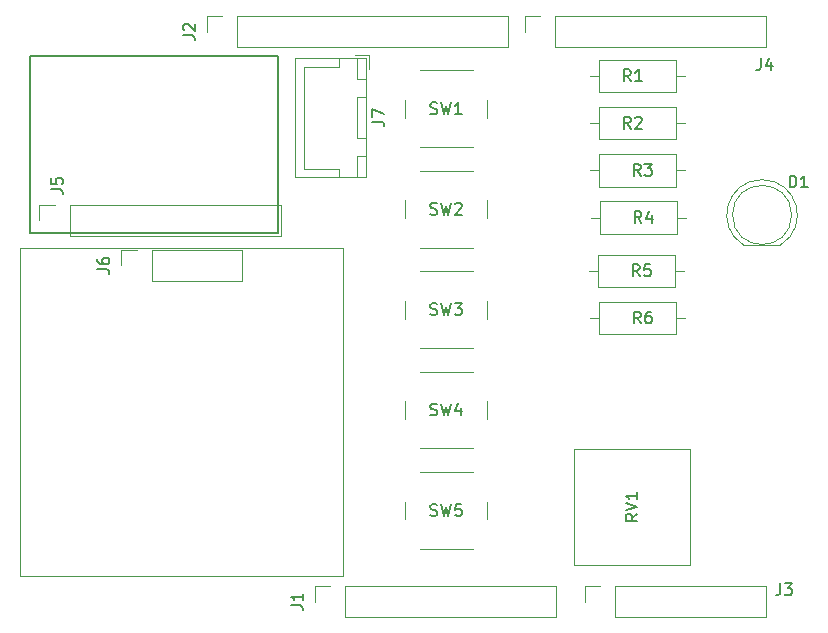
<source format=gbr>
%TF.GenerationSoftware,KiCad,Pcbnew,8.0.8*%
%TF.CreationDate,2025-01-31T10:38:08-07:00*%
%TF.ProjectId,Uno_Shield_ThermoPro,556e6f5f-5368-4696-956c-645f54686572,rev?*%
%TF.SameCoordinates,Original*%
%TF.FileFunction,Legend,Top*%
%TF.FilePolarity,Positive*%
%FSLAX46Y46*%
G04 Gerber Fmt 4.6, Leading zero omitted, Abs format (unit mm)*
G04 Created by KiCad (PCBNEW 8.0.8) date 2025-01-31 10:38:08*
%MOMM*%
%LPD*%
G01*
G04 APERTURE LIST*
%ADD10C,0.150000*%
%ADD11C,0.100000*%
%ADD12C,0.120000*%
G04 APERTURE END LIST*
D10*
X123500000Y-51300000D02*
X102500000Y-51300000D01*
X102500000Y-66300000D01*
X123500000Y-66300000D01*
X123500000Y-51300000D01*
D11*
X101700000Y-95300000D02*
X129000000Y-95300000D01*
X129000000Y-67500000D01*
X101700000Y-67500000D01*
X101700000Y-95300000D01*
D10*
X154213333Y-73914819D02*
X153880000Y-73438628D01*
X153641905Y-73914819D02*
X153641905Y-72914819D01*
X153641905Y-72914819D02*
X154022857Y-72914819D01*
X154022857Y-72914819D02*
X154118095Y-72962438D01*
X154118095Y-72962438D02*
X154165714Y-73010057D01*
X154165714Y-73010057D02*
X154213333Y-73105295D01*
X154213333Y-73105295D02*
X154213333Y-73248152D01*
X154213333Y-73248152D02*
X154165714Y-73343390D01*
X154165714Y-73343390D02*
X154118095Y-73391009D01*
X154118095Y-73391009D02*
X154022857Y-73438628D01*
X154022857Y-73438628D02*
X153641905Y-73438628D01*
X155070476Y-72914819D02*
X154880000Y-72914819D01*
X154880000Y-72914819D02*
X154784762Y-72962438D01*
X154784762Y-72962438D02*
X154737143Y-73010057D01*
X154737143Y-73010057D02*
X154641905Y-73152914D01*
X154641905Y-73152914D02*
X154594286Y-73343390D01*
X154594286Y-73343390D02*
X154594286Y-73724342D01*
X154594286Y-73724342D02*
X154641905Y-73819580D01*
X154641905Y-73819580D02*
X154689524Y-73867200D01*
X154689524Y-73867200D02*
X154784762Y-73914819D01*
X154784762Y-73914819D02*
X154975238Y-73914819D01*
X154975238Y-73914819D02*
X155070476Y-73867200D01*
X155070476Y-73867200D02*
X155118095Y-73819580D01*
X155118095Y-73819580D02*
X155165714Y-73724342D01*
X155165714Y-73724342D02*
X155165714Y-73486247D01*
X155165714Y-73486247D02*
X155118095Y-73391009D01*
X155118095Y-73391009D02*
X155070476Y-73343390D01*
X155070476Y-73343390D02*
X154975238Y-73295771D01*
X154975238Y-73295771D02*
X154784762Y-73295771D01*
X154784762Y-73295771D02*
X154689524Y-73343390D01*
X154689524Y-73343390D02*
X154641905Y-73391009D01*
X154641905Y-73391009D02*
X154594286Y-73486247D01*
X154133333Y-69914819D02*
X153800000Y-69438628D01*
X153561905Y-69914819D02*
X153561905Y-68914819D01*
X153561905Y-68914819D02*
X153942857Y-68914819D01*
X153942857Y-68914819D02*
X154038095Y-68962438D01*
X154038095Y-68962438D02*
X154085714Y-69010057D01*
X154085714Y-69010057D02*
X154133333Y-69105295D01*
X154133333Y-69105295D02*
X154133333Y-69248152D01*
X154133333Y-69248152D02*
X154085714Y-69343390D01*
X154085714Y-69343390D02*
X154038095Y-69391009D01*
X154038095Y-69391009D02*
X153942857Y-69438628D01*
X153942857Y-69438628D02*
X153561905Y-69438628D01*
X155038095Y-68914819D02*
X154561905Y-68914819D01*
X154561905Y-68914819D02*
X154514286Y-69391009D01*
X154514286Y-69391009D02*
X154561905Y-69343390D01*
X154561905Y-69343390D02*
X154657143Y-69295771D01*
X154657143Y-69295771D02*
X154895238Y-69295771D01*
X154895238Y-69295771D02*
X154990476Y-69343390D01*
X154990476Y-69343390D02*
X155038095Y-69391009D01*
X155038095Y-69391009D02*
X155085714Y-69486247D01*
X155085714Y-69486247D02*
X155085714Y-69724342D01*
X155085714Y-69724342D02*
X155038095Y-69819580D01*
X155038095Y-69819580D02*
X154990476Y-69867200D01*
X154990476Y-69867200D02*
X154895238Y-69914819D01*
X154895238Y-69914819D02*
X154657143Y-69914819D01*
X154657143Y-69914819D02*
X154561905Y-69867200D01*
X154561905Y-69867200D02*
X154514286Y-69819580D01*
X154293333Y-65414819D02*
X153960000Y-64938628D01*
X153721905Y-65414819D02*
X153721905Y-64414819D01*
X153721905Y-64414819D02*
X154102857Y-64414819D01*
X154102857Y-64414819D02*
X154198095Y-64462438D01*
X154198095Y-64462438D02*
X154245714Y-64510057D01*
X154245714Y-64510057D02*
X154293333Y-64605295D01*
X154293333Y-64605295D02*
X154293333Y-64748152D01*
X154293333Y-64748152D02*
X154245714Y-64843390D01*
X154245714Y-64843390D02*
X154198095Y-64891009D01*
X154198095Y-64891009D02*
X154102857Y-64938628D01*
X154102857Y-64938628D02*
X153721905Y-64938628D01*
X155150476Y-64748152D02*
X155150476Y-65414819D01*
X154912381Y-64367200D02*
X154674286Y-65081485D01*
X154674286Y-65081485D02*
X155293333Y-65081485D01*
X154213333Y-61414819D02*
X153880000Y-60938628D01*
X153641905Y-61414819D02*
X153641905Y-60414819D01*
X153641905Y-60414819D02*
X154022857Y-60414819D01*
X154022857Y-60414819D02*
X154118095Y-60462438D01*
X154118095Y-60462438D02*
X154165714Y-60510057D01*
X154165714Y-60510057D02*
X154213333Y-60605295D01*
X154213333Y-60605295D02*
X154213333Y-60748152D01*
X154213333Y-60748152D02*
X154165714Y-60843390D01*
X154165714Y-60843390D02*
X154118095Y-60891009D01*
X154118095Y-60891009D02*
X154022857Y-60938628D01*
X154022857Y-60938628D02*
X153641905Y-60938628D01*
X154546667Y-60414819D02*
X155165714Y-60414819D01*
X155165714Y-60414819D02*
X154832381Y-60795771D01*
X154832381Y-60795771D02*
X154975238Y-60795771D01*
X154975238Y-60795771D02*
X155070476Y-60843390D01*
X155070476Y-60843390D02*
X155118095Y-60891009D01*
X155118095Y-60891009D02*
X155165714Y-60986247D01*
X155165714Y-60986247D02*
X155165714Y-61224342D01*
X155165714Y-61224342D02*
X155118095Y-61319580D01*
X155118095Y-61319580D02*
X155070476Y-61367200D01*
X155070476Y-61367200D02*
X154975238Y-61414819D01*
X154975238Y-61414819D02*
X154689524Y-61414819D01*
X154689524Y-61414819D02*
X154594286Y-61367200D01*
X154594286Y-61367200D02*
X154546667Y-61319580D01*
X153373333Y-57414819D02*
X153040000Y-56938628D01*
X152801905Y-57414819D02*
X152801905Y-56414819D01*
X152801905Y-56414819D02*
X153182857Y-56414819D01*
X153182857Y-56414819D02*
X153278095Y-56462438D01*
X153278095Y-56462438D02*
X153325714Y-56510057D01*
X153325714Y-56510057D02*
X153373333Y-56605295D01*
X153373333Y-56605295D02*
X153373333Y-56748152D01*
X153373333Y-56748152D02*
X153325714Y-56843390D01*
X153325714Y-56843390D02*
X153278095Y-56891009D01*
X153278095Y-56891009D02*
X153182857Y-56938628D01*
X153182857Y-56938628D02*
X152801905Y-56938628D01*
X153754286Y-56510057D02*
X153801905Y-56462438D01*
X153801905Y-56462438D02*
X153897143Y-56414819D01*
X153897143Y-56414819D02*
X154135238Y-56414819D01*
X154135238Y-56414819D02*
X154230476Y-56462438D01*
X154230476Y-56462438D02*
X154278095Y-56510057D01*
X154278095Y-56510057D02*
X154325714Y-56605295D01*
X154325714Y-56605295D02*
X154325714Y-56700533D01*
X154325714Y-56700533D02*
X154278095Y-56843390D01*
X154278095Y-56843390D02*
X153706667Y-57414819D01*
X153706667Y-57414819D02*
X154325714Y-57414819D01*
X153373333Y-53414819D02*
X153040000Y-52938628D01*
X152801905Y-53414819D02*
X152801905Y-52414819D01*
X152801905Y-52414819D02*
X153182857Y-52414819D01*
X153182857Y-52414819D02*
X153278095Y-52462438D01*
X153278095Y-52462438D02*
X153325714Y-52510057D01*
X153325714Y-52510057D02*
X153373333Y-52605295D01*
X153373333Y-52605295D02*
X153373333Y-52748152D01*
X153373333Y-52748152D02*
X153325714Y-52843390D01*
X153325714Y-52843390D02*
X153278095Y-52891009D01*
X153278095Y-52891009D02*
X153182857Y-52938628D01*
X153182857Y-52938628D02*
X152801905Y-52938628D01*
X154325714Y-53414819D02*
X153754286Y-53414819D01*
X154040000Y-53414819D02*
X154040000Y-52414819D01*
X154040000Y-52414819D02*
X153944762Y-52557676D01*
X153944762Y-52557676D02*
X153849524Y-52652914D01*
X153849524Y-52652914D02*
X153754286Y-52700533D01*
X131504819Y-56833333D02*
X132219104Y-56833333D01*
X132219104Y-56833333D02*
X132361961Y-56880952D01*
X132361961Y-56880952D02*
X132457200Y-56976190D01*
X132457200Y-56976190D02*
X132504819Y-57119047D01*
X132504819Y-57119047D02*
X132504819Y-57214285D01*
X131504819Y-56452380D02*
X131504819Y-55785714D01*
X131504819Y-55785714D02*
X132504819Y-56214285D01*
X124624819Y-97793333D02*
X125339104Y-97793333D01*
X125339104Y-97793333D02*
X125481961Y-97840952D01*
X125481961Y-97840952D02*
X125577200Y-97936190D01*
X125577200Y-97936190D02*
X125624819Y-98079047D01*
X125624819Y-98079047D02*
X125624819Y-98174285D01*
X125624819Y-96793333D02*
X125624819Y-97364761D01*
X125624819Y-97079047D02*
X124624819Y-97079047D01*
X124624819Y-97079047D02*
X124767676Y-97174285D01*
X124767676Y-97174285D02*
X124862914Y-97269523D01*
X124862914Y-97269523D02*
X124910533Y-97364761D01*
X166026666Y-95934819D02*
X166026666Y-96649104D01*
X166026666Y-96649104D02*
X165979047Y-96791961D01*
X165979047Y-96791961D02*
X165883809Y-96887200D01*
X165883809Y-96887200D02*
X165740952Y-96934819D01*
X165740952Y-96934819D02*
X165645714Y-96934819D01*
X166407619Y-95934819D02*
X167026666Y-95934819D01*
X167026666Y-95934819D02*
X166693333Y-96315771D01*
X166693333Y-96315771D02*
X166836190Y-96315771D01*
X166836190Y-96315771D02*
X166931428Y-96363390D01*
X166931428Y-96363390D02*
X166979047Y-96411009D01*
X166979047Y-96411009D02*
X167026666Y-96506247D01*
X167026666Y-96506247D02*
X167026666Y-96744342D01*
X167026666Y-96744342D02*
X166979047Y-96839580D01*
X166979047Y-96839580D02*
X166931428Y-96887200D01*
X166931428Y-96887200D02*
X166836190Y-96934819D01*
X166836190Y-96934819D02*
X166550476Y-96934819D01*
X166550476Y-96934819D02*
X166455238Y-96887200D01*
X166455238Y-96887200D02*
X166407619Y-96839580D01*
X115480819Y-49533333D02*
X116195104Y-49533333D01*
X116195104Y-49533333D02*
X116337961Y-49580952D01*
X116337961Y-49580952D02*
X116433200Y-49676190D01*
X116433200Y-49676190D02*
X116480819Y-49819047D01*
X116480819Y-49819047D02*
X116480819Y-49914285D01*
X115576057Y-49104761D02*
X115528438Y-49057142D01*
X115528438Y-49057142D02*
X115480819Y-48961904D01*
X115480819Y-48961904D02*
X115480819Y-48723809D01*
X115480819Y-48723809D02*
X115528438Y-48628571D01*
X115528438Y-48628571D02*
X115576057Y-48580952D01*
X115576057Y-48580952D02*
X115671295Y-48533333D01*
X115671295Y-48533333D02*
X115766533Y-48533333D01*
X115766533Y-48533333D02*
X115909390Y-48580952D01*
X115909390Y-48580952D02*
X116480819Y-49152380D01*
X116480819Y-49152380D02*
X116480819Y-48533333D01*
X164386666Y-51484819D02*
X164386666Y-52199104D01*
X164386666Y-52199104D02*
X164339047Y-52341961D01*
X164339047Y-52341961D02*
X164243809Y-52437200D01*
X164243809Y-52437200D02*
X164100952Y-52484819D01*
X164100952Y-52484819D02*
X164005714Y-52484819D01*
X165291428Y-51818152D02*
X165291428Y-52484819D01*
X165053333Y-51437200D02*
X164815238Y-52151485D01*
X164815238Y-52151485D02*
X165434285Y-52151485D01*
X136416667Y-81657200D02*
X136559524Y-81704819D01*
X136559524Y-81704819D02*
X136797619Y-81704819D01*
X136797619Y-81704819D02*
X136892857Y-81657200D01*
X136892857Y-81657200D02*
X136940476Y-81609580D01*
X136940476Y-81609580D02*
X136988095Y-81514342D01*
X136988095Y-81514342D02*
X136988095Y-81419104D01*
X136988095Y-81419104D02*
X136940476Y-81323866D01*
X136940476Y-81323866D02*
X136892857Y-81276247D01*
X136892857Y-81276247D02*
X136797619Y-81228628D01*
X136797619Y-81228628D02*
X136607143Y-81181009D01*
X136607143Y-81181009D02*
X136511905Y-81133390D01*
X136511905Y-81133390D02*
X136464286Y-81085771D01*
X136464286Y-81085771D02*
X136416667Y-80990533D01*
X136416667Y-80990533D02*
X136416667Y-80895295D01*
X136416667Y-80895295D02*
X136464286Y-80800057D01*
X136464286Y-80800057D02*
X136511905Y-80752438D01*
X136511905Y-80752438D02*
X136607143Y-80704819D01*
X136607143Y-80704819D02*
X136845238Y-80704819D01*
X136845238Y-80704819D02*
X136988095Y-80752438D01*
X137321429Y-80704819D02*
X137559524Y-81704819D01*
X137559524Y-81704819D02*
X137750000Y-80990533D01*
X137750000Y-80990533D02*
X137940476Y-81704819D01*
X137940476Y-81704819D02*
X138178572Y-80704819D01*
X138988095Y-81038152D02*
X138988095Y-81704819D01*
X138750000Y-80657200D02*
X138511905Y-81371485D01*
X138511905Y-81371485D02*
X139130952Y-81371485D01*
X166831905Y-62404819D02*
X166831905Y-61404819D01*
X166831905Y-61404819D02*
X167070000Y-61404819D01*
X167070000Y-61404819D02*
X167212857Y-61452438D01*
X167212857Y-61452438D02*
X167308095Y-61547676D01*
X167308095Y-61547676D02*
X167355714Y-61642914D01*
X167355714Y-61642914D02*
X167403333Y-61833390D01*
X167403333Y-61833390D02*
X167403333Y-61976247D01*
X167403333Y-61976247D02*
X167355714Y-62166723D01*
X167355714Y-62166723D02*
X167308095Y-62261961D01*
X167308095Y-62261961D02*
X167212857Y-62357200D01*
X167212857Y-62357200D02*
X167070000Y-62404819D01*
X167070000Y-62404819D02*
X166831905Y-62404819D01*
X168355714Y-62404819D02*
X167784286Y-62404819D01*
X168070000Y-62404819D02*
X168070000Y-61404819D01*
X168070000Y-61404819D02*
X167974762Y-61547676D01*
X167974762Y-61547676D02*
X167879524Y-61642914D01*
X167879524Y-61642914D02*
X167784286Y-61690533D01*
X136416667Y-90157200D02*
X136559524Y-90204819D01*
X136559524Y-90204819D02*
X136797619Y-90204819D01*
X136797619Y-90204819D02*
X136892857Y-90157200D01*
X136892857Y-90157200D02*
X136940476Y-90109580D01*
X136940476Y-90109580D02*
X136988095Y-90014342D01*
X136988095Y-90014342D02*
X136988095Y-89919104D01*
X136988095Y-89919104D02*
X136940476Y-89823866D01*
X136940476Y-89823866D02*
X136892857Y-89776247D01*
X136892857Y-89776247D02*
X136797619Y-89728628D01*
X136797619Y-89728628D02*
X136607143Y-89681009D01*
X136607143Y-89681009D02*
X136511905Y-89633390D01*
X136511905Y-89633390D02*
X136464286Y-89585771D01*
X136464286Y-89585771D02*
X136416667Y-89490533D01*
X136416667Y-89490533D02*
X136416667Y-89395295D01*
X136416667Y-89395295D02*
X136464286Y-89300057D01*
X136464286Y-89300057D02*
X136511905Y-89252438D01*
X136511905Y-89252438D02*
X136607143Y-89204819D01*
X136607143Y-89204819D02*
X136845238Y-89204819D01*
X136845238Y-89204819D02*
X136988095Y-89252438D01*
X137321429Y-89204819D02*
X137559524Y-90204819D01*
X137559524Y-90204819D02*
X137750000Y-89490533D01*
X137750000Y-89490533D02*
X137940476Y-90204819D01*
X137940476Y-90204819D02*
X138178572Y-89204819D01*
X139035714Y-89204819D02*
X138559524Y-89204819D01*
X138559524Y-89204819D02*
X138511905Y-89681009D01*
X138511905Y-89681009D02*
X138559524Y-89633390D01*
X138559524Y-89633390D02*
X138654762Y-89585771D01*
X138654762Y-89585771D02*
X138892857Y-89585771D01*
X138892857Y-89585771D02*
X138988095Y-89633390D01*
X138988095Y-89633390D02*
X139035714Y-89681009D01*
X139035714Y-89681009D02*
X139083333Y-89776247D01*
X139083333Y-89776247D02*
X139083333Y-90014342D01*
X139083333Y-90014342D02*
X139035714Y-90109580D01*
X139035714Y-90109580D02*
X138988095Y-90157200D01*
X138988095Y-90157200D02*
X138892857Y-90204819D01*
X138892857Y-90204819D02*
X138654762Y-90204819D01*
X138654762Y-90204819D02*
X138559524Y-90157200D01*
X138559524Y-90157200D02*
X138511905Y-90109580D01*
X136416667Y-64657200D02*
X136559524Y-64704819D01*
X136559524Y-64704819D02*
X136797619Y-64704819D01*
X136797619Y-64704819D02*
X136892857Y-64657200D01*
X136892857Y-64657200D02*
X136940476Y-64609580D01*
X136940476Y-64609580D02*
X136988095Y-64514342D01*
X136988095Y-64514342D02*
X136988095Y-64419104D01*
X136988095Y-64419104D02*
X136940476Y-64323866D01*
X136940476Y-64323866D02*
X136892857Y-64276247D01*
X136892857Y-64276247D02*
X136797619Y-64228628D01*
X136797619Y-64228628D02*
X136607143Y-64181009D01*
X136607143Y-64181009D02*
X136511905Y-64133390D01*
X136511905Y-64133390D02*
X136464286Y-64085771D01*
X136464286Y-64085771D02*
X136416667Y-63990533D01*
X136416667Y-63990533D02*
X136416667Y-63895295D01*
X136416667Y-63895295D02*
X136464286Y-63800057D01*
X136464286Y-63800057D02*
X136511905Y-63752438D01*
X136511905Y-63752438D02*
X136607143Y-63704819D01*
X136607143Y-63704819D02*
X136845238Y-63704819D01*
X136845238Y-63704819D02*
X136988095Y-63752438D01*
X137321429Y-63704819D02*
X137559524Y-64704819D01*
X137559524Y-64704819D02*
X137750000Y-63990533D01*
X137750000Y-63990533D02*
X137940476Y-64704819D01*
X137940476Y-64704819D02*
X138178572Y-63704819D01*
X138511905Y-63800057D02*
X138559524Y-63752438D01*
X138559524Y-63752438D02*
X138654762Y-63704819D01*
X138654762Y-63704819D02*
X138892857Y-63704819D01*
X138892857Y-63704819D02*
X138988095Y-63752438D01*
X138988095Y-63752438D02*
X139035714Y-63800057D01*
X139035714Y-63800057D02*
X139083333Y-63895295D01*
X139083333Y-63895295D02*
X139083333Y-63990533D01*
X139083333Y-63990533D02*
X139035714Y-64133390D01*
X139035714Y-64133390D02*
X138464286Y-64704819D01*
X138464286Y-64704819D02*
X139083333Y-64704819D01*
X136416667Y-73157200D02*
X136559524Y-73204819D01*
X136559524Y-73204819D02*
X136797619Y-73204819D01*
X136797619Y-73204819D02*
X136892857Y-73157200D01*
X136892857Y-73157200D02*
X136940476Y-73109580D01*
X136940476Y-73109580D02*
X136988095Y-73014342D01*
X136988095Y-73014342D02*
X136988095Y-72919104D01*
X136988095Y-72919104D02*
X136940476Y-72823866D01*
X136940476Y-72823866D02*
X136892857Y-72776247D01*
X136892857Y-72776247D02*
X136797619Y-72728628D01*
X136797619Y-72728628D02*
X136607143Y-72681009D01*
X136607143Y-72681009D02*
X136511905Y-72633390D01*
X136511905Y-72633390D02*
X136464286Y-72585771D01*
X136464286Y-72585771D02*
X136416667Y-72490533D01*
X136416667Y-72490533D02*
X136416667Y-72395295D01*
X136416667Y-72395295D02*
X136464286Y-72300057D01*
X136464286Y-72300057D02*
X136511905Y-72252438D01*
X136511905Y-72252438D02*
X136607143Y-72204819D01*
X136607143Y-72204819D02*
X136845238Y-72204819D01*
X136845238Y-72204819D02*
X136988095Y-72252438D01*
X137321429Y-72204819D02*
X137559524Y-73204819D01*
X137559524Y-73204819D02*
X137750000Y-72490533D01*
X137750000Y-72490533D02*
X137940476Y-73204819D01*
X137940476Y-73204819D02*
X138178572Y-72204819D01*
X138464286Y-72204819D02*
X139083333Y-72204819D01*
X139083333Y-72204819D02*
X138750000Y-72585771D01*
X138750000Y-72585771D02*
X138892857Y-72585771D01*
X138892857Y-72585771D02*
X138988095Y-72633390D01*
X138988095Y-72633390D02*
X139035714Y-72681009D01*
X139035714Y-72681009D02*
X139083333Y-72776247D01*
X139083333Y-72776247D02*
X139083333Y-73014342D01*
X139083333Y-73014342D02*
X139035714Y-73109580D01*
X139035714Y-73109580D02*
X138988095Y-73157200D01*
X138988095Y-73157200D02*
X138892857Y-73204819D01*
X138892857Y-73204819D02*
X138607143Y-73204819D01*
X138607143Y-73204819D02*
X138511905Y-73157200D01*
X138511905Y-73157200D02*
X138464286Y-73109580D01*
X108234819Y-69343333D02*
X108949104Y-69343333D01*
X108949104Y-69343333D02*
X109091961Y-69390952D01*
X109091961Y-69390952D02*
X109187200Y-69486190D01*
X109187200Y-69486190D02*
X109234819Y-69629047D01*
X109234819Y-69629047D02*
X109234819Y-69724285D01*
X108234819Y-68438571D02*
X108234819Y-68629047D01*
X108234819Y-68629047D02*
X108282438Y-68724285D01*
X108282438Y-68724285D02*
X108330057Y-68771904D01*
X108330057Y-68771904D02*
X108472914Y-68867142D01*
X108472914Y-68867142D02*
X108663390Y-68914761D01*
X108663390Y-68914761D02*
X109044342Y-68914761D01*
X109044342Y-68914761D02*
X109139580Y-68867142D01*
X109139580Y-68867142D02*
X109187200Y-68819523D01*
X109187200Y-68819523D02*
X109234819Y-68724285D01*
X109234819Y-68724285D02*
X109234819Y-68533809D01*
X109234819Y-68533809D02*
X109187200Y-68438571D01*
X109187200Y-68438571D02*
X109139580Y-68390952D01*
X109139580Y-68390952D02*
X109044342Y-68343333D01*
X109044342Y-68343333D02*
X108806247Y-68343333D01*
X108806247Y-68343333D02*
X108711009Y-68390952D01*
X108711009Y-68390952D02*
X108663390Y-68438571D01*
X108663390Y-68438571D02*
X108615771Y-68533809D01*
X108615771Y-68533809D02*
X108615771Y-68724285D01*
X108615771Y-68724285D02*
X108663390Y-68819523D01*
X108663390Y-68819523D02*
X108711009Y-68867142D01*
X108711009Y-68867142D02*
X108806247Y-68914761D01*
X136416667Y-56157200D02*
X136559524Y-56204819D01*
X136559524Y-56204819D02*
X136797619Y-56204819D01*
X136797619Y-56204819D02*
X136892857Y-56157200D01*
X136892857Y-56157200D02*
X136940476Y-56109580D01*
X136940476Y-56109580D02*
X136988095Y-56014342D01*
X136988095Y-56014342D02*
X136988095Y-55919104D01*
X136988095Y-55919104D02*
X136940476Y-55823866D01*
X136940476Y-55823866D02*
X136892857Y-55776247D01*
X136892857Y-55776247D02*
X136797619Y-55728628D01*
X136797619Y-55728628D02*
X136607143Y-55681009D01*
X136607143Y-55681009D02*
X136511905Y-55633390D01*
X136511905Y-55633390D02*
X136464286Y-55585771D01*
X136464286Y-55585771D02*
X136416667Y-55490533D01*
X136416667Y-55490533D02*
X136416667Y-55395295D01*
X136416667Y-55395295D02*
X136464286Y-55300057D01*
X136464286Y-55300057D02*
X136511905Y-55252438D01*
X136511905Y-55252438D02*
X136607143Y-55204819D01*
X136607143Y-55204819D02*
X136845238Y-55204819D01*
X136845238Y-55204819D02*
X136988095Y-55252438D01*
X137321429Y-55204819D02*
X137559524Y-56204819D01*
X137559524Y-56204819D02*
X137750000Y-55490533D01*
X137750000Y-55490533D02*
X137940476Y-56204819D01*
X137940476Y-56204819D02*
X138178572Y-55204819D01*
X139083333Y-56204819D02*
X138511905Y-56204819D01*
X138797619Y-56204819D02*
X138797619Y-55204819D01*
X138797619Y-55204819D02*
X138702381Y-55347676D01*
X138702381Y-55347676D02*
X138607143Y-55442914D01*
X138607143Y-55442914D02*
X138511905Y-55490533D01*
X153954819Y-90040238D02*
X153478628Y-90373571D01*
X153954819Y-90611666D02*
X152954819Y-90611666D01*
X152954819Y-90611666D02*
X152954819Y-90230714D01*
X152954819Y-90230714D02*
X153002438Y-90135476D01*
X153002438Y-90135476D02*
X153050057Y-90087857D01*
X153050057Y-90087857D02*
X153145295Y-90040238D01*
X153145295Y-90040238D02*
X153288152Y-90040238D01*
X153288152Y-90040238D02*
X153383390Y-90087857D01*
X153383390Y-90087857D02*
X153431009Y-90135476D01*
X153431009Y-90135476D02*
X153478628Y-90230714D01*
X153478628Y-90230714D02*
X153478628Y-90611666D01*
X152954819Y-89754523D02*
X153954819Y-89421190D01*
X153954819Y-89421190D02*
X152954819Y-89087857D01*
X153954819Y-88230714D02*
X153954819Y-88802142D01*
X153954819Y-88516428D02*
X152954819Y-88516428D01*
X152954819Y-88516428D02*
X153097676Y-88611666D01*
X153097676Y-88611666D02*
X153192914Y-88706904D01*
X153192914Y-88706904D02*
X153240533Y-88802142D01*
X104314819Y-62573333D02*
X105029104Y-62573333D01*
X105029104Y-62573333D02*
X105171961Y-62620952D01*
X105171961Y-62620952D02*
X105267200Y-62716190D01*
X105267200Y-62716190D02*
X105314819Y-62859047D01*
X105314819Y-62859047D02*
X105314819Y-62954285D01*
X104314819Y-61620952D02*
X104314819Y-62097142D01*
X104314819Y-62097142D02*
X104791009Y-62144761D01*
X104791009Y-62144761D02*
X104743390Y-62097142D01*
X104743390Y-62097142D02*
X104695771Y-62001904D01*
X104695771Y-62001904D02*
X104695771Y-61763809D01*
X104695771Y-61763809D02*
X104743390Y-61668571D01*
X104743390Y-61668571D02*
X104791009Y-61620952D01*
X104791009Y-61620952D02*
X104886247Y-61573333D01*
X104886247Y-61573333D02*
X105124342Y-61573333D01*
X105124342Y-61573333D02*
X105219580Y-61620952D01*
X105219580Y-61620952D02*
X105267200Y-61668571D01*
X105267200Y-61668571D02*
X105314819Y-61763809D01*
X105314819Y-61763809D02*
X105314819Y-62001904D01*
X105314819Y-62001904D02*
X105267200Y-62097142D01*
X105267200Y-62097142D02*
X105219580Y-62144761D01*
D12*
%TO.C,R6*%
X149920000Y-73460000D02*
X150690000Y-73460000D01*
X150690000Y-72090000D02*
X150690000Y-74830000D01*
X150690000Y-74830000D02*
X157230000Y-74830000D01*
X157230000Y-72090000D02*
X150690000Y-72090000D01*
X157230000Y-74830000D02*
X157230000Y-72090000D01*
X158000000Y-73460000D02*
X157230000Y-73460000D01*
%TO.C,R5*%
X157920000Y-69460000D02*
X157150000Y-69460000D01*
X157150000Y-70830000D02*
X157150000Y-68090000D01*
X157150000Y-68090000D02*
X150610000Y-68090000D01*
X150610000Y-70830000D02*
X157150000Y-70830000D01*
X150610000Y-68090000D02*
X150610000Y-70830000D01*
X149840000Y-69460000D02*
X150610000Y-69460000D01*
%TO.C,R4*%
X150000000Y-64960000D02*
X150770000Y-64960000D01*
X150770000Y-63590000D02*
X150770000Y-66330000D01*
X150770000Y-66330000D02*
X157310000Y-66330000D01*
X157310000Y-63590000D02*
X150770000Y-63590000D01*
X157310000Y-66330000D02*
X157310000Y-63590000D01*
X158080000Y-64960000D02*
X157310000Y-64960000D01*
%TO.C,R3*%
X149920000Y-60960000D02*
X150690000Y-60960000D01*
X150690000Y-59590000D02*
X150690000Y-62330000D01*
X150690000Y-62330000D02*
X157230000Y-62330000D01*
X157230000Y-59590000D02*
X150690000Y-59590000D01*
X157230000Y-62330000D02*
X157230000Y-59590000D01*
X158000000Y-60960000D02*
X157230000Y-60960000D01*
%TO.C,R2*%
X158000000Y-56960000D02*
X157230000Y-56960000D01*
X157230000Y-58330000D02*
X157230000Y-55590000D01*
X157230000Y-55590000D02*
X150690000Y-55590000D01*
X150690000Y-58330000D02*
X157230000Y-58330000D01*
X150690000Y-55590000D02*
X150690000Y-58330000D01*
X149920000Y-56960000D02*
X150690000Y-56960000D01*
%TO.C,R1*%
X149920000Y-52960000D02*
X150690000Y-52960000D01*
X150690000Y-51590000D02*
X150690000Y-54330000D01*
X150690000Y-54330000D02*
X157230000Y-54330000D01*
X157230000Y-51590000D02*
X150690000Y-51590000D01*
X157230000Y-54330000D02*
X157230000Y-51590000D01*
X158000000Y-52960000D02*
X157230000Y-52960000D01*
%TO.C,J7*%
X131250000Y-51150000D02*
X130000000Y-51150000D01*
X130960000Y-51440000D02*
X124990000Y-51440000D01*
X124990000Y-51440000D02*
X124990000Y-61560000D01*
X130950000Y-51450000D02*
X130200000Y-51450000D01*
X130200000Y-51450000D02*
X130200000Y-53250000D01*
X128700000Y-51450000D02*
X128700000Y-52200000D01*
X128700000Y-52200000D02*
X125750000Y-52200000D01*
X125750000Y-52200000D02*
X125750000Y-56500000D01*
X131250000Y-52400000D02*
X131250000Y-51150000D01*
X130950000Y-53250000D02*
X130950000Y-51450000D01*
X130200000Y-53250000D02*
X130950000Y-53250000D01*
X130950000Y-54750000D02*
X130200000Y-54750000D01*
X130200000Y-54750000D02*
X130200000Y-58250000D01*
X130950000Y-58250000D02*
X130950000Y-54750000D01*
X130200000Y-58250000D02*
X130950000Y-58250000D01*
X130950000Y-59750000D02*
X130200000Y-59750000D01*
X130200000Y-59750000D02*
X130200000Y-61550000D01*
X128700000Y-60800000D02*
X125750000Y-60800000D01*
X125750000Y-60800000D02*
X125750000Y-56500000D01*
X130950000Y-61550000D02*
X130950000Y-59750000D01*
X130200000Y-61550000D02*
X130950000Y-61550000D01*
X128700000Y-61550000D02*
X128700000Y-60800000D01*
X130960000Y-61560000D02*
X130960000Y-51440000D01*
X124990000Y-61560000D02*
X130960000Y-61560000D01*
%TO.C,J1*%
X126610000Y-96130000D02*
X127940000Y-96130000D01*
X126610000Y-97460000D02*
X126610000Y-96130000D01*
X129210000Y-96130000D02*
X147050000Y-96130000D01*
X129210000Y-98790000D02*
X129210000Y-96130000D01*
X129210000Y-98790000D02*
X147050000Y-98790000D01*
X147050000Y-98790000D02*
X147050000Y-96130000D01*
%TO.C,J3*%
X149470000Y-96130000D02*
X150800000Y-96130000D01*
X149470000Y-97460000D02*
X149470000Y-96130000D01*
X152070000Y-96130000D02*
X164830000Y-96130000D01*
X152070000Y-98790000D02*
X152070000Y-96130000D01*
X152070000Y-98790000D02*
X164830000Y-98790000D01*
X164830000Y-98790000D02*
X164830000Y-96130000D01*
%TO.C,J2*%
X117466000Y-47870000D02*
X118796000Y-47870000D01*
X117466000Y-49200000D02*
X117466000Y-47870000D01*
X120066000Y-47870000D02*
X142986000Y-47870000D01*
X120066000Y-50530000D02*
X120066000Y-47870000D01*
X120066000Y-50530000D02*
X142986000Y-50530000D01*
X142986000Y-50530000D02*
X142986000Y-47870000D01*
%TO.C,J4*%
X144390000Y-47870000D02*
X145720000Y-47870000D01*
X144390000Y-49200000D02*
X144390000Y-47870000D01*
X146990000Y-47870000D02*
X164830000Y-47870000D01*
X146990000Y-50530000D02*
X146990000Y-47870000D01*
X146990000Y-50530000D02*
X164830000Y-50530000D01*
X164830000Y-50530000D02*
X164830000Y-47870000D01*
%TO.C,SW4*%
X141250000Y-82000000D02*
X141250000Y-80500000D01*
X140000000Y-78000000D02*
X135500000Y-78000000D01*
X135500000Y-84500000D02*
X140000000Y-84500000D01*
X134250000Y-80500000D02*
X134250000Y-82000000D01*
%TO.C,D1*%
X162955000Y-67290000D02*
X166045000Y-67290000D01*
X162955170Y-67290000D02*
G75*
G02*
X164500462Y-61740000I1544830J2560000D01*
G01*
X164499538Y-61740000D02*
G75*
G02*
X166044830Y-67290000I462J-2990000D01*
G01*
X167000000Y-64730000D02*
G75*
G02*
X162000000Y-64730000I-2500000J0D01*
G01*
X162000000Y-64730000D02*
G75*
G02*
X167000000Y-64730000I2500000J0D01*
G01*
%TO.C,SW5*%
X141250000Y-90500000D02*
X141250000Y-89000000D01*
X140000000Y-86500000D02*
X135500000Y-86500000D01*
X135500000Y-93000000D02*
X140000000Y-93000000D01*
X134250000Y-89000000D02*
X134250000Y-90500000D01*
%TO.C,SW2*%
X141250000Y-65000000D02*
X141250000Y-63500000D01*
X140000000Y-61000000D02*
X135500000Y-61000000D01*
X135500000Y-67500000D02*
X140000000Y-67500000D01*
X134250000Y-63500000D02*
X134250000Y-65000000D01*
%TO.C,SW3*%
X141250000Y-73500000D02*
X141250000Y-72000000D01*
X140000000Y-69500000D02*
X135500000Y-69500000D01*
X135500000Y-76000000D02*
X140000000Y-76000000D01*
X134250000Y-72000000D02*
X134250000Y-73500000D01*
%TO.C,J6*%
X112820000Y-67680000D02*
X120500000Y-67680000D01*
X110220000Y-67680000D02*
X111550000Y-67680000D01*
X110220000Y-69010000D02*
X110220000Y-67680000D01*
X120500000Y-70340000D02*
X120500000Y-67680000D01*
X112820000Y-70340000D02*
X112820000Y-67680000D01*
X112820000Y-70340000D02*
X120500000Y-70340000D01*
%TO.C,SW1*%
X141250000Y-56500000D02*
X141250000Y-55000000D01*
X140000000Y-52500000D02*
X135500000Y-52500000D01*
X135500000Y-59000000D02*
X140000000Y-59000000D01*
X134250000Y-55000000D02*
X134250000Y-56500000D01*
%TO.C,RV1*%
X158385000Y-94330000D02*
X148615000Y-94330000D01*
X148615000Y-84560000D02*
X148615000Y-94330000D01*
X158385000Y-84560000D02*
X158385000Y-94330000D01*
X158385000Y-84560000D02*
X148615000Y-84560000D01*
%TO.C,J5*%
X105900000Y-66510000D02*
X123740000Y-66510000D01*
X105900000Y-66510000D02*
X105900000Y-63850000D01*
X123740000Y-66510000D02*
X123740000Y-63850000D01*
X103300000Y-65180000D02*
X103300000Y-63850000D01*
X103300000Y-63850000D02*
X104630000Y-63850000D01*
X105900000Y-63850000D02*
X123740000Y-63850000D01*
%TD*%
M02*

</source>
